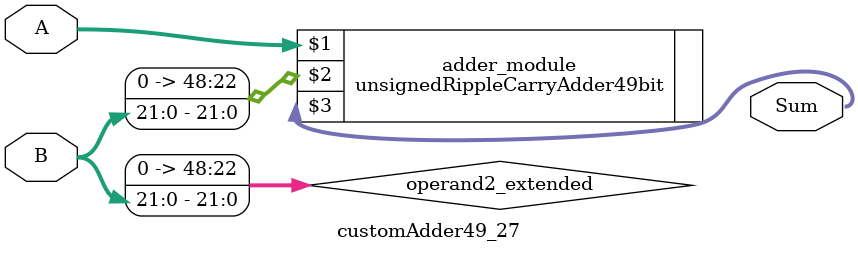
<source format=v>
module customAdder49_27(
                        input [48 : 0] A,
                        input [21 : 0] B,
                        
                        output [49 : 0] Sum
                );

        wire [48 : 0] operand2_extended;
        
        assign operand2_extended =  {27'b0, B};
        
        unsignedRippleCarryAdder49bit adder_module(
            A,
            operand2_extended,
            Sum
        );
        
        endmodule
        
</source>
